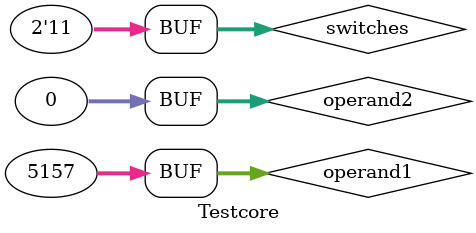
<source format=v>
`timescale 1ns / 1ps


module Testcore;

	// Inputs
	reg [1:0] switches;
	reg [31:0] operand1;
	reg [31:0] operand2;

	// Outputs
	wire [31:0] result;
	wire [31:0] mod;
	wire negative;
	wire overflow;
	wire error;

	// Instantiate the Unit Under Test (UUT)
	Calculate uut (
		.switches(switches), 
		.operand1(operand1), 
		.operand2(operand2), 
		.result(result), 
		.mod(mod), 
		.negative(negative), 
		.overflow(overflow), 
		.error(error)
	);

	initial begin
		
		switches = 2'b00;//addition normal
      operand1 = 32'h00001949;
		operand2 =32'h00002818 ; 
		#50; 
		switches = 2'b00;//addition overflow
		operand1 = 32'h00009889;
		operand2 =32'h00008997 ;
		#50;
		switches = 1;//subtraction normal
		operand1 = 32'h00009123;
		operand2 =32'h00008456 ;
		#50;
		switches = 1;//subtraction negative
		operand1 = 32'h00001237;
		operand2 =32'h00002130 ;
		#50;
		switches = 2;//multiplication normal
		operand1 = 32'h0000137;
		operand2 =32'h00000053;
		#50;
		switches = 2;//multiplication overflow
		operand1 = 32'h0000137;
		operand2 =32'h00002553;
		#50;
		switches = 3;//division normal
		operand1 = 32'h00002556;
		operand2 =32'h00000023 ;
		#50;
		switches = 3;//division normal
		operand1 = 32'h00002367;
		operand2 =32'h00003475 ;
		#50;
      switches = 3;//division error
		operand1 = 32'h00001425;
		operand2 =32'h00000000 ;
		#50;

	end
      
endmodule


</source>
